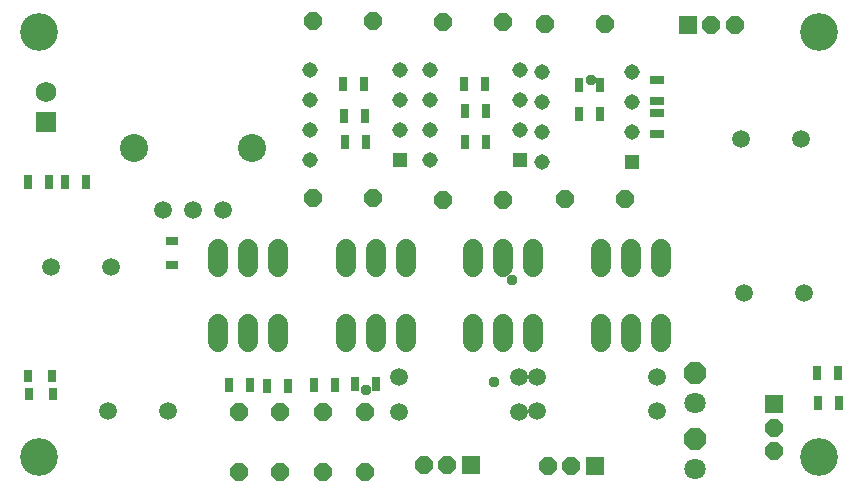
<source format=gbr>
G04 EAGLE Gerber RS-274X export*
G75*
%MOMM*%
%FSLAX34Y34*%
%LPD*%
%INSoldermask Top*%
%IPPOS*%
%AMOC8*
5,1,8,0,0,1.08239X$1,22.5*%
G01*
%ADD10C,3.203200*%
%ADD11C,1.727200*%
%ADD12P,1.649562X8X202.500000*%
%ADD13P,1.649562X8X22.500000*%
%ADD14P,1.951982X8X112.500000*%
%ADD15C,1.803400*%
%ADD16R,1.727200X1.727200*%
%ADD17C,1.727200*%
%ADD18R,1.503200X1.503200*%
%ADD19P,1.627049X8X22.500000*%
%ADD20P,1.627049X8X202.500000*%
%ADD21P,1.627049X8X112.500000*%
%ADD22R,1.311200X1.311200*%
%ADD23C,1.311200*%
%ADD24R,0.711200X1.219200*%
%ADD25R,1.219200X0.711200*%
%ADD26R,1.016000X0.803200*%
%ADD27R,0.803200X1.016000*%
%ADD28C,1.511200*%
%ADD29C,2.378200*%
%ADD30P,1.649562X8X112.500000*%
%ADD31C,0.959600*%


D10*
X30000Y390000D03*
X30000Y30000D03*
X690000Y30000D03*
X690000Y390000D03*
D11*
X556150Y205920D02*
X556150Y190680D01*
X530750Y190680D02*
X530750Y205920D01*
X505350Y205920D02*
X505350Y190680D01*
X448200Y190680D02*
X448200Y205920D01*
X422800Y205920D02*
X422800Y190680D01*
X397400Y190680D02*
X397400Y205920D01*
X340250Y205920D02*
X340250Y190680D01*
X314850Y190680D02*
X314850Y205920D01*
X289450Y205920D02*
X289450Y190680D01*
X232300Y190680D02*
X232300Y205920D01*
X206900Y205920D02*
X206900Y190680D01*
X181500Y190680D02*
X181500Y205920D01*
D12*
X422500Y247500D03*
X371700Y247500D03*
X422500Y398300D03*
X371700Y398300D03*
X312500Y249100D03*
X261700Y249100D03*
D13*
X261400Y398800D03*
X312200Y398800D03*
D14*
X585200Y101200D03*
D15*
X585200Y75800D03*
D14*
X584740Y44850D03*
D15*
X584740Y19450D03*
D13*
X475050Y248660D03*
X525850Y248660D03*
D12*
X508600Y396400D03*
X457800Y396400D03*
D16*
X35910Y313530D03*
D17*
X35910Y338530D03*
D18*
X395300Y22800D03*
D19*
X375300Y22800D03*
X355300Y22800D03*
D18*
X578700Y395300D03*
D20*
X598700Y395300D03*
X618700Y395300D03*
D18*
X500300Y22600D03*
D19*
X480300Y22600D03*
X460300Y22600D03*
D18*
X651900Y74600D03*
D21*
X651900Y54600D03*
X651900Y34600D03*
D11*
X505350Y127180D02*
X505350Y142420D01*
X530750Y142420D02*
X530750Y127180D01*
X556150Y127180D02*
X556150Y142420D01*
X397400Y142420D02*
X397400Y127180D01*
X422800Y127180D02*
X422800Y142420D01*
X448200Y142420D02*
X448200Y127180D01*
X289450Y127180D02*
X289450Y142420D01*
X314850Y142420D02*
X314850Y127180D01*
X340250Y127180D02*
X340250Y142420D01*
X181500Y142420D02*
X181500Y127180D01*
X206900Y127180D02*
X206900Y142420D01*
X232300Y142420D02*
X232300Y127180D01*
D22*
X334900Y281700D03*
D23*
X334900Y307100D03*
X334900Y332500D03*
X334900Y357900D03*
X258700Y357900D03*
X258700Y332500D03*
X258700Y307100D03*
X258700Y281700D03*
D24*
X390320Y296200D03*
X408100Y296200D03*
X389510Y345930D03*
X407290Y345930D03*
X390260Y323200D03*
X408040Y323200D03*
X190220Y91010D03*
X208000Y91010D03*
X297220Y91920D03*
X315000Y91920D03*
X222910Y90380D03*
X240690Y90380D03*
X262100Y90790D03*
X279880Y90790D03*
X486510Y320200D03*
X504290Y320200D03*
D25*
X553200Y320890D03*
X553200Y303110D03*
X553200Y349290D03*
X553200Y331510D03*
D24*
X51540Y263140D03*
X69320Y263140D03*
X486920Y345200D03*
X504700Y345200D03*
X706690Y75380D03*
X688910Y75380D03*
X706420Y100780D03*
X688640Y100780D03*
D26*
X142250Y192530D03*
X142250Y212530D03*
D27*
X20530Y98250D03*
X40530Y98250D03*
X41270Y83450D03*
X21270Y83450D03*
D24*
X20680Y262730D03*
X38460Y262730D03*
D28*
X552970Y69030D03*
X451370Y69030D03*
X451190Y97970D03*
X552790Y97970D03*
X334810Y97970D03*
X436410Y97970D03*
X436030Y68300D03*
X334430Y68300D03*
D22*
X436900Y281300D03*
D23*
X436900Y306700D03*
X436900Y332100D03*
X436900Y357500D03*
X360700Y357500D03*
X360700Y332100D03*
X360700Y306700D03*
X360700Y281300D03*
D28*
X160300Y239200D03*
X134900Y239200D03*
X185700Y239200D03*
D29*
X110300Y291700D03*
X210300Y291700D03*
D22*
X531900Y279900D03*
D23*
X531900Y305300D03*
X531900Y330700D03*
X531900Y356100D03*
X455700Y356100D03*
X455700Y330700D03*
X455700Y305300D03*
X455700Y279900D03*
D24*
X288180Y318930D03*
X305960Y318930D03*
X287120Y345930D03*
X304900Y345930D03*
X288760Y296230D03*
X306540Y296230D03*
D28*
X626900Y168900D03*
X677700Y168900D03*
X623900Y298900D03*
X674700Y298900D03*
X39900Y190800D03*
X90700Y190800D03*
X88200Y68900D03*
X139000Y68900D03*
D30*
X234000Y17600D03*
X234000Y68400D03*
X199000Y17600D03*
X199000Y68400D03*
X270000Y17600D03*
X270000Y68400D03*
X306000Y17600D03*
X306000Y68400D03*
D31*
X429912Y179504D03*
X414528Y92964D03*
X496824Y348996D03*
X306324Y86868D03*
M02*

</source>
